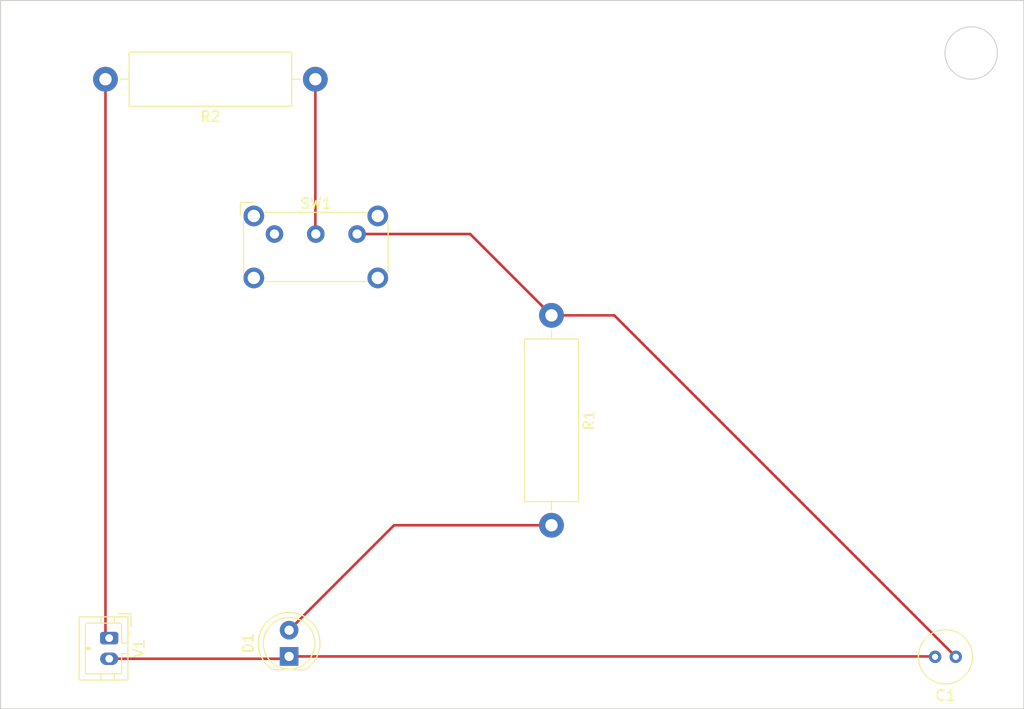
<source format=kicad_pcb>
(kicad_pcb (version 20211014) (generator pcbnew)
  (layers (0 "F.Cu" signal) (31 "B.Cu" signal) (34 "B.Paste" user) (35 "F.Paste" user) (36 "B.SilkS" user "B.Silkscreen") (37 "F.SilkS" user "F.Silkscreen") (38 "B.Mask" user) (39 "F.Mask" user) (44 "Edge.Cuts" user))
  (net 0 "")
  (net 1 "Net-(C1-Pad1)")
  (net 2 "Net-(C1-Pad2)")
  (net 3 "Net-(D1-Pad2)")
  (net 4 "Net-(R2-Pad1)")
  (net 5 "Net-(R2-Pad2)")
  (footprint "Connector_JST:JST_PH_B2B-PH-K_1x02_P2.00mm_Vertical" (layer "F.Cu") (at 114.66 127.765 -90)
    (fp_text reference "V1" (at 1 -2.9 90) (layer "F.SilkS"))
    (fp_text value "9V")
    (fp_line (start -0.3 -1.91) (end -0.6 -1.91) (layer "F.SilkS") (width 0.12))
    (fp_line (start -2.06 -0.5) (end -1.45 -0.5) (layer "F.SilkS") (width 0.12))
    (fp_line (start 1 2.3) (end 1 1.8) (layer "F.SilkS") (width 0.12))
    (fp_line (start 4.06 -0.5) (end 3.45 -0.5) (layer "F.SilkS") (width 0.12))
    (fp_line (start 1.1 1.8) (end 1.1 2.3) (layer "F.SilkS") (width 0.12))
    (fp_line (start -1.11 -2.11) (end -2.36 -2.11) (layer "F.SilkS") (width 0.12))
    (fp_line (start 4.06 0.8) (end 3.45 0.8) (layer "F.SilkS") (width 0.12))
    (fp_line (start -0.3 -1.81) (end -0.3 -2.01) (layer "F.SilkS") (width 0.12))
    (fp_line (start 4.06 -1.81) (end -2.06 -1.81) (layer "F.SilkS") (width 0.12))
    (fp_line (start 0.9 2.3) (end 0.9 1.8) (layer "F.SilkS") (width 0.12))
    (fp_line (start 0.5 -1.2) (end -1.45 -1.2) (layer "F.SilkS") (width 0.12))
    (fp_line (start 1.5 -1.2) (end 1.5 -1.81) (layer "F.SilkS") (width 0.12))
    (fp_line (start 3.45 -1.2) (end 1.5 -1.2) (layer "F.SilkS") (width 0.12))
    (fp_line (start -0.3 -2.01) (end -0.6 -2.01) (layer "F.SilkS") (width 0.12))
    (fp_line (start -2.36 -2.11) (end -2.36 -0.86) (layer "F.SilkS") (width 0.12))
    (fp_line (start -1.45 2.3) (end 3.45 2.3) (layer "F.SilkS") (width 0.12))
    (fp_line (start -2.06 -1.81) (end -2.06 2.91) (layer "F.SilkS") (width 0.12))
    (fp_line (start -2.06 0.8) (end -1.45 0.8) (layer "F.SilkS") (width 0.12))
    (fp_line (start -1.45 -1.2) (end -1.45 2.3) (layer "F.SilkS") (width 0.12))
    (fp_line (start 3.45 2.3) (end 3.45 -1.2) (layer "F.SilkS") (width 0.12))
    (fp_line (start -2.06 2.91) (end 4.06 2.91) (layer "F.SilkS") (width 0.12))
    (fp_line (start 4.06 2.91) (end 4.06 -1.81) (layer "F.SilkS") (width 0.12))
    (fp_line (start -0.6 -2.01) (end -0.6 -1.81) (layer "F.SilkS") (width 0.12))
    (fp_line (start 0.9 1.8) (end 1.1 1.8) (layer "F.SilkS") (width 0.12))
    (fp_line (start 0.5 -1.81) (end 0.5 -1.2) (layer "F.SilkS") (width 0.12))
    (pad "1" thru_hole roundrect (at 0 0 270) (size 1.2 1.75) (drill 0.75) (layers *.Cu *.Mask) (roundrect_rratio 0.208333) (net 5 "Net-(R2-Pad2)"))
    (pad "2" thru_hole oval (at 2 0 270) (size 1.2 1.75) (drill 0.75) (layers *.Cu *.Mask) (net 2 "Net-(C1-Pad2)"))
  )
  (footprint "LED_THT:LED_D5.0mm" (layer "F.Cu") (at 132.08 129.54 90)
    (fp_text reference "D1" (at 1.27 -3.96 90) (layer "F.SilkS"))
    (fp_text value "LED")
    (fp_line (start -1.29 -1.545) (end -1.29 1.545) (layer "F.SilkS") (width 0.12))
    (fp_arc (start 4.26 -0.000462) (mid 2.072002 2.880433) (end -1.29 1.54483) (layer "F.SilkS") (width 0.12))
    (fp_arc (start -1.29 -1.54483) (mid 2.072002 -2.880433) (end 4.26 0.000462) (layer "F.SilkS") (width 0.12))
    (fp_circle (center 1.27 0) (end 3.77 0) (layer "F.SilkS") (width 0.12) (fill none))
    (pad "1" thru_hole rect (at 0 0 90) (size 1.8 1.8) (drill 0.9) (layers *.Cu *.Mask) (net 2 "Net-(C1-Pad2)"))
    (pad "2" thru_hole circle (at 2.54 0 90) (size 1.8 1.8) (drill 0.9) (layers *.Cu *.Mask) (net 3 "Net-(D1-Pad2)"))
  )
  (footprint "Resistor_THT:R_Axial_DIN0516_L15.5mm_D5.0mm_P20.32mm_Horizontal" (layer "F.Cu") (at 134.62 73.66 180)
    (fp_text reference "R2" (at 10.16 -3.62) (layer "F.SilkS"))
    (fp_text value "2.2K")
    (fp_line (start 18.03 -2.62) (end 2.29 -2.62) (layer "F.SilkS") (width 0.12))
    (fp_line (start 2.29 2.62) (end 18.03 2.62) (layer "F.SilkS") (width 0.12))
    (fp_line (start 1.44 0) (end 2.29 0) (layer "F.SilkS") (width 0.12))
    (fp_line (start 18.88 0) (end 18.03 0) (layer "F.SilkS") (width 0.12))
    (fp_line (start 2.29 -2.62) (end 2.29 2.62) (layer "F.SilkS") (width 0.12))
    (fp_line (start 18.03 2.62) (end 18.03 -2.62) (layer "F.SilkS") (width 0.12))
    (pad "1" thru_hole circle (at 0 0 180) (size 2.4 2.4) (drill 1.2) (layers *.Cu *.Mask) (net 4 "Net-(R2-Pad1)"))
    (pad "2" thru_hole oval (at 20.32 0 180) (size 2.4 2.4) (drill 1.2) (layers *.Cu *.Mask) (net 5 "Net-(R2-Pad2)"))
  )
  (footprint "Capacitor_THT:C_Radial_D5.0mm_H5.0mm_P2.00mm" (layer "F.Cu") (at 196.62 129.58 180)
    (fp_text reference "C1" (at 1 -3.75) (layer "F.SilkS"))
    (fp_text value "4.7 mu F")
    (fp_circle (center 1 0) (end 3.62 0) (layer "F.SilkS") (width 0.12) (fill none))
    (pad "1" thru_hole circle (at 0 0 180) (size 1.2 1.2) (drill 0.6) (layers *.Cu *.Mask) (net 1 "Net-(C1-Pad1)"))
    (pad "2" thru_hole circle (at 2 0 180) (size 1.2 1.2) (drill 0.6) (layers *.Cu *.Mask) (net 2 "Net-(C1-Pad2)"))
  )
  (footprint "Button_Switch_THT:SW_E-Switch_EG1224_SPDT_Angled" (layer "F.Cu") (at 130.6625 88.6475)
    (fp_text reference "SW1" (at 4 -2.95) (layer "F.SilkS"))
    (fp_text value "Switch")
    (fp_line (start -3 3.85) (end -3 -1.35) (layer "F.SilkS") (width 0.12))
    (fp_line (start -3.3 -1.75) (end -3.3 -3.05) (layer "F.SilkS") (width 0.12))
    (fp_line (start -0.95 -2.1) (end 8.95 -2.1) (layer "F.SilkS") (width 0.12))
    (fp_line (start -3.3 -3.05) (end -2 -3.05) (layer "F.SilkS") (width 0.12))
    (fp_line (start 11 -1.35) (end 11 3.85) (layer "F.SilkS") (width 0.12))
    (fp_line (start 8.95 4.6) (end -0.95 4.6) (layer "F.SilkS") (width 0.12))
    (pad "" thru_hole circle (at -2 4.25) (size 2 2) (drill 1.2) (layers *.Cu *.Mask))
    (pad "" thru_hole circle (at -2 -1.75) (size 2 2) (drill 1.2) (layers *.Cu *.Mask))
    (pad "" thru_hole circle (at 10 -1.75) (size 2 2) (drill 1.2) (layers *.Cu *.Mask))
    (pad "" thru_hole circle (at 10 4.25) (size 2 2) (drill 1.2) (layers *.Cu *.Mask))
    (pad "1" thru_hole circle (at 0 0) (size 1.7 1.7) (drill 0.9) (layers *.Cu *.Mask))
    (pad "2" thru_hole circle (at 4 0) (size 1.7 1.7) (drill 0.9) (layers *.Cu *.Mask) (net 4 "Net-(R2-Pad1)"))
    (pad "3" thru_hole circle (at 8 0) (size 1.7 1.7) (drill 0.9) (layers *.Cu *.Mask) (net 1 "Net-(C1-Pad1)"))
  )
  (footprint "Resistor_THT:R_Axial_DIN0516_L15.5mm_D5.0mm_P20.32mm_Horizontal" (layer "F.Cu") (at 157.48 96.52 -90)
    (fp_text reference "R1" (at 10.16 -3.62 90) (layer "F.SilkS"))
    (fp_text value "20K")
    (fp_line (start 18.88 0) (end 18.03 0) (layer "F.SilkS") (width 0.12))
    (fp_line (start 18.03 2.62) (end 18.03 -2.62) (layer "F.SilkS") (width 0.12))
    (fp_line (start 2.29 2.62) (end 18.03 2.62) (layer "F.SilkS") (width 0.12))
    (fp_line (start 2.29 -2.62) (end 2.29 2.62) (layer "F.SilkS") (width 0.12))
    (fp_line (start 18.03 -2.62) (end 2.29 -2.62) (layer "F.SilkS") (width 0.12))
    (fp_line (start 1.44 0) (end 2.29 0) (layer "F.SilkS") (width 0.12))
    (pad "1" thru_hole circle (at 0 0 270) (size 2.4 2.4) (drill 1.2) (layers *.Cu *.Mask) (net 1 "Net-(C1-Pad1)"))
    (pad "2" thru_hole oval (at 20.32 0 270) (size 2.4 2.4) (drill 1.2) (layers *.Cu *.Mask) (net 3 "Net-(D1-Pad2)"))
  )
  (gr_circle (center 198.12 71.12) (end 198.12 73.66) (layer "Edge.Cuts") (width 0.1) (fill none))
  (gr_rect (start 104.14 66.04) (end 203.2 134.62) (layer "Edge.Cuts") (width 0.1) (fill none))
  (segment (start 163.56 96.52) (end 196.62 129.58) (width 0.25) (layer "F.Cu") (net 1))
  (segment (start 149.6075 88.6475) (end 157.48 96.52) (width 0.25) (layer "F.Cu") (net 1))
  (segment (start 138.6625 88.6475) (end 149.6075 88.6475) (width 0.25) (layer "F.Cu") (net 1))
  (segment (start 157.48 96.52) (end 163.56 96.52) (width 0.25) (layer "F.Cu") (net 1))
  (segment (start 131.855 129.765) (end 132.08 129.54) (width 0.25) (layer "F.Cu") (net 2))
  (segment (start 132.08 129.54) (end 194.58 129.54) (width 0.25) (layer "F.Cu") (net 2))
  (segment (start 114.66 129.765) (end 131.855 129.765) (width 0.25) (layer "F.Cu") (net 2))
  (segment (start 194.58 129.54) (end 194.62 129.58) (width 0.25) (layer "F.Cu") (net 2))
  (segment (start 142.24 116.84) (end 132.08 127) (width 0.25) (layer "F.Cu") (net 3))
  (segment (start 157.48 116.84) (end 142.24 116.84) (width 0.25) (layer "F.Cu") (net 3))
  (segment (start 134.6625 88.8575) (end 134.6625 88.6475) (width 0.25) (layer "F.Cu") (net 4))
  (segment (start 134.62 88.9) (end 134.6625 88.8575) (width 0.25) (layer "F.Cu") (net 4))
  (segment (start 134.62 73.66) (end 134.62 88.9) (width 0.25) (layer "F.Cu") (net 4))
  (segment (start 114.3 127.405) (end 114.66 127.765) (width 0.25) (layer "F.Cu") (net 5))
  (segment (start 114.3 73.66) (end 114.3 127.405) (width 0.25) (layer "F.Cu") (net 5))
)
</source>
